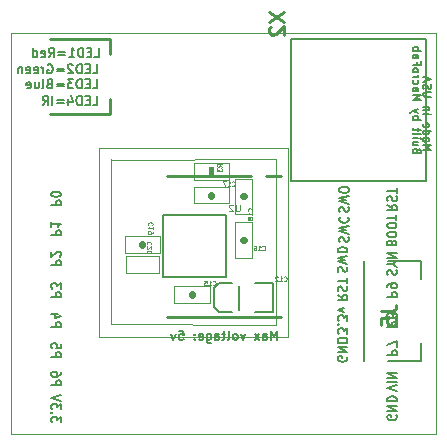
<source format=gbr>
%TF.GenerationSoftware,KiCad,Pcbnew,(5.1.4)-1*%
%TF.CreationDate,2019-10-25T20:45:33-07:00*%
%TF.ProjectId,base,62617365-2e6b-4696-9361-645f70636258,rev?*%
%TF.SameCoordinates,Original*%
%TF.FileFunction,Legend,Bot*%
%TF.FilePolarity,Positive*%
%FSLAX46Y46*%
G04 Gerber Fmt 4.6, Leading zero omitted, Abs format (unit mm)*
G04 Created by KiCad (PCBNEW (5.1.4)-1) date 2019-10-25 20:45:33*
%MOMM*%
%LPD*%
G04 APERTURE LIST*
%ADD10C,0.120000*%
%ADD11C,0.050000*%
%ADD12C,0.162560*%
%ADD13C,0.152400*%
%ADD14C,0.142240*%
%ADD15C,0.254000*%
%ADD16C,0.200000*%
%ADD17C,0.050800*%
%ADD18C,0.558800*%
%ADD19C,0.100000*%
%ADD20C,0.127000*%
%ADD21C,0.203200*%
%ADD22C,0.077216*%
%ADD23C,0.115824*%
G04 APERTURE END LIST*
D10*
X138950000Y-118200000D02*
X138951100Y-104239400D01*
X152951100Y-118239400D02*
X138950000Y-118200000D01*
X152951100Y-104239400D02*
X152951100Y-118239400D01*
X138950000Y-104250000D02*
X152951100Y-104239400D01*
X137951100Y-119239400D02*
X137951100Y-103239400D01*
X153951100Y-119239400D02*
X137951100Y-119239400D01*
X153951100Y-103239400D02*
X153951100Y-119239400D01*
X137951100Y-103239400D02*
X153951100Y-103239400D01*
D11*
X166500000Y-93500000D02*
X130500000Y-93500000D01*
X130500000Y-93500000D02*
X130500000Y-127500000D01*
X166500000Y-127500000D02*
X166500000Y-93500000D01*
X130500000Y-127500000D02*
X166500000Y-127500000D01*
D12*
X134705029Y-126504627D02*
X134705029Y-126026623D01*
X134410873Y-126284010D01*
X134410873Y-126173701D01*
X134374103Y-126100162D01*
X134337334Y-126063393D01*
X134263795Y-126026623D01*
X134079947Y-126026623D01*
X134006408Y-126063393D01*
X133969639Y-126100162D01*
X133932869Y-126173701D01*
X133932869Y-126394318D01*
X133969639Y-126467857D01*
X134006408Y-126504627D01*
X134006408Y-125695697D02*
X133969639Y-125658928D01*
X133932869Y-125695697D01*
X133969639Y-125732467D01*
X134006408Y-125695697D01*
X133932869Y-125695697D01*
X134705029Y-125401541D02*
X134705029Y-124923537D01*
X134410873Y-125180924D01*
X134410873Y-125070616D01*
X134374103Y-124997076D01*
X134337334Y-124960307D01*
X134263795Y-124923537D01*
X134079947Y-124923537D01*
X134006408Y-124960307D01*
X133969639Y-124997076D01*
X133932869Y-125070616D01*
X133932869Y-125291233D01*
X133969639Y-125364772D01*
X134006408Y-125401541D01*
X134705029Y-124702920D02*
X133932869Y-124445534D01*
X134705029Y-124188147D01*
X133932869Y-123383088D02*
X134705029Y-123383088D01*
X134705029Y-123088932D01*
X134668260Y-123015393D01*
X134631490Y-122978623D01*
X134557951Y-122941854D01*
X134447642Y-122941854D01*
X134374103Y-122978623D01*
X134337334Y-123015393D01*
X134300564Y-123088932D01*
X134300564Y-123383088D01*
X134705029Y-122280002D02*
X134705029Y-122427080D01*
X134668260Y-122500619D01*
X134631490Y-122537389D01*
X134521181Y-122610928D01*
X134374103Y-122647697D01*
X134079947Y-122647697D01*
X134006408Y-122610928D01*
X133969639Y-122574158D01*
X133932869Y-122500619D01*
X133932869Y-122353541D01*
X133969639Y-122280002D01*
X134006408Y-122243233D01*
X134079947Y-122206463D01*
X134263795Y-122206463D01*
X134337334Y-122243233D01*
X134374103Y-122280002D01*
X134410873Y-122353541D01*
X134410873Y-122500619D01*
X134374103Y-122574158D01*
X134337334Y-122610928D01*
X134263795Y-122647697D01*
X133932869Y-120970088D02*
X134705029Y-120970088D01*
X134705029Y-120675932D01*
X134668260Y-120602393D01*
X134631490Y-120565623D01*
X134557951Y-120528854D01*
X134447642Y-120528854D01*
X134374103Y-120565623D01*
X134337334Y-120602393D01*
X134300564Y-120675932D01*
X134300564Y-120970088D01*
X134705029Y-119830233D02*
X134705029Y-120197928D01*
X134337334Y-120234697D01*
X134374103Y-120197928D01*
X134410873Y-120124389D01*
X134410873Y-119940541D01*
X134374103Y-119867002D01*
X134337334Y-119830233D01*
X134263795Y-119793463D01*
X134079947Y-119793463D01*
X134006408Y-119830233D01*
X133969639Y-119867002D01*
X133932869Y-119940541D01*
X133932869Y-120124389D01*
X133969639Y-120197928D01*
X134006408Y-120234697D01*
X133932869Y-118430088D02*
X134705029Y-118430088D01*
X134705029Y-118135932D01*
X134668260Y-118062393D01*
X134631490Y-118025623D01*
X134557951Y-117988854D01*
X134447642Y-117988854D01*
X134374103Y-118025623D01*
X134337334Y-118062393D01*
X134300564Y-118135932D01*
X134300564Y-118430088D01*
X134447642Y-117327002D02*
X133932869Y-117327002D01*
X134741799Y-117510850D02*
X134190256Y-117694697D01*
X134190256Y-117216694D01*
X133932869Y-115890088D02*
X134705029Y-115890088D01*
X134705029Y-115595932D01*
X134668260Y-115522393D01*
X134631490Y-115485623D01*
X134557951Y-115448854D01*
X134447642Y-115448854D01*
X134374103Y-115485623D01*
X134337334Y-115522393D01*
X134300564Y-115595932D01*
X134300564Y-115890088D01*
X134705029Y-115191467D02*
X134705029Y-114713463D01*
X134410873Y-114970850D01*
X134410873Y-114860541D01*
X134374103Y-114787002D01*
X134337334Y-114750233D01*
X134263795Y-114713463D01*
X134079947Y-114713463D01*
X134006408Y-114750233D01*
X133969639Y-114787002D01*
X133932869Y-114860541D01*
X133932869Y-115081158D01*
X133969639Y-115154697D01*
X134006408Y-115191467D01*
X133932869Y-113223088D02*
X134705029Y-113223088D01*
X134705029Y-112928932D01*
X134668260Y-112855393D01*
X134631490Y-112818623D01*
X134557951Y-112781854D01*
X134447642Y-112781854D01*
X134374103Y-112818623D01*
X134337334Y-112855393D01*
X134300564Y-112928932D01*
X134300564Y-113223088D01*
X134631490Y-112487697D02*
X134668260Y-112450928D01*
X134705029Y-112377389D01*
X134705029Y-112193541D01*
X134668260Y-112120002D01*
X134631490Y-112083233D01*
X134557951Y-112046463D01*
X134484412Y-112046463D01*
X134374103Y-112083233D01*
X133932869Y-112524467D01*
X133932869Y-112046463D01*
X133932869Y-110683088D02*
X134705029Y-110683088D01*
X134705029Y-110388932D01*
X134668260Y-110315393D01*
X134631490Y-110278623D01*
X134557951Y-110241854D01*
X134447642Y-110241854D01*
X134374103Y-110278623D01*
X134337334Y-110315393D01*
X134300564Y-110388932D01*
X134300564Y-110683088D01*
X133932869Y-109506463D02*
X133932869Y-109947697D01*
X133932869Y-109727080D02*
X134705029Y-109727080D01*
X134594720Y-109800619D01*
X134521181Y-109874158D01*
X134484412Y-109947697D01*
X133932869Y-108143088D02*
X134705029Y-108143088D01*
X134705029Y-107848932D01*
X134668260Y-107775393D01*
X134631490Y-107738623D01*
X134557951Y-107701854D01*
X134447642Y-107701854D01*
X134374103Y-107738623D01*
X134337334Y-107775393D01*
X134300564Y-107848932D01*
X134300564Y-108143088D01*
X134705029Y-107223850D02*
X134705029Y-107150311D01*
X134668260Y-107076772D01*
X134631490Y-107040002D01*
X134557951Y-107003233D01*
X134410873Y-106966463D01*
X134227025Y-106966463D01*
X134079947Y-107003233D01*
X134006408Y-107040002D01*
X133969639Y-107076772D01*
X133932869Y-107150311D01*
X133932869Y-107223850D01*
X133969639Y-107297389D01*
X134006408Y-107334158D01*
X134079947Y-107370928D01*
X134227025Y-107407697D01*
X134410873Y-107407697D01*
X134557951Y-107370928D01*
X134631490Y-107334158D01*
X134668260Y-107297389D01*
X134705029Y-107223850D01*
X163116260Y-125899623D02*
X163153029Y-125973162D01*
X163153029Y-126083471D01*
X163116260Y-126193779D01*
X163042720Y-126267318D01*
X162969181Y-126304088D01*
X162822103Y-126340857D01*
X162711795Y-126340857D01*
X162564717Y-126304088D01*
X162491178Y-126267318D01*
X162417639Y-126193779D01*
X162380869Y-126083471D01*
X162380869Y-126009932D01*
X162417639Y-125899623D01*
X162454408Y-125862854D01*
X162711795Y-125862854D01*
X162711795Y-126009932D01*
X162380869Y-125531928D02*
X163153029Y-125531928D01*
X162380869Y-125090694D01*
X163153029Y-125090694D01*
X162380869Y-124722998D02*
X163153029Y-124722998D01*
X163153029Y-124539151D01*
X163116260Y-124428842D01*
X163042720Y-124355303D01*
X162969181Y-124318534D01*
X162822103Y-124281764D01*
X162711795Y-124281764D01*
X162564717Y-124318534D01*
X162491178Y-124355303D01*
X162417639Y-124428842D01*
X162380869Y-124539151D01*
X162380869Y-124722998D01*
X163153029Y-123874396D02*
X162380869Y-123617010D01*
X163153029Y-123359623D01*
X162380869Y-123102236D02*
X163153029Y-123102236D01*
X162380869Y-122734541D02*
X163153029Y-122734541D01*
X162380869Y-122293307D01*
X163153029Y-122293307D01*
X162380869Y-120843088D02*
X163153029Y-120843088D01*
X163153029Y-120548932D01*
X163116260Y-120475393D01*
X163079490Y-120438623D01*
X163005951Y-120401854D01*
X162895642Y-120401854D01*
X162822103Y-120438623D01*
X162785334Y-120475393D01*
X162748564Y-120548932D01*
X162748564Y-120843088D01*
X163153029Y-120144467D02*
X163153029Y-119629694D01*
X162380869Y-119960619D01*
X162380869Y-118430088D02*
X163153029Y-118430088D01*
X163153029Y-118135932D01*
X163116260Y-118062393D01*
X163079490Y-118025623D01*
X163005951Y-117988854D01*
X162895642Y-117988854D01*
X162822103Y-118025623D01*
X162785334Y-118062393D01*
X162748564Y-118135932D01*
X162748564Y-118430088D01*
X162822103Y-117547619D02*
X162858873Y-117621158D01*
X162895642Y-117657928D01*
X162969181Y-117694697D01*
X163005951Y-117694697D01*
X163079490Y-117657928D01*
X163116260Y-117621158D01*
X163153029Y-117547619D01*
X163153029Y-117400541D01*
X163116260Y-117327002D01*
X163079490Y-117290233D01*
X163005951Y-117253463D01*
X162969181Y-117253463D01*
X162895642Y-117290233D01*
X162858873Y-117327002D01*
X162822103Y-117400541D01*
X162822103Y-117547619D01*
X162785334Y-117621158D01*
X162748564Y-117657928D01*
X162675025Y-117694697D01*
X162527947Y-117694697D01*
X162454408Y-117657928D01*
X162417639Y-117621158D01*
X162380869Y-117547619D01*
X162380869Y-117400541D01*
X162417639Y-117327002D01*
X162454408Y-117290233D01*
X162527947Y-117253463D01*
X162675025Y-117253463D01*
X162748564Y-117290233D01*
X162785334Y-117327002D01*
X162822103Y-117400541D01*
X162380869Y-108082854D02*
X162748564Y-108340240D01*
X162380869Y-108524088D02*
X163153029Y-108524088D01*
X163153029Y-108229932D01*
X163116260Y-108156393D01*
X163079490Y-108119623D01*
X163005951Y-108082854D01*
X162895642Y-108082854D01*
X162822103Y-108119623D01*
X162785334Y-108156393D01*
X162748564Y-108229932D01*
X162748564Y-108524088D01*
X162417639Y-107788697D02*
X162380869Y-107678389D01*
X162380869Y-107494541D01*
X162417639Y-107421002D01*
X162454408Y-107384233D01*
X162527947Y-107347463D01*
X162601486Y-107347463D01*
X162675025Y-107384233D01*
X162711795Y-107421002D01*
X162748564Y-107494541D01*
X162785334Y-107641619D01*
X162822103Y-107715158D01*
X162858873Y-107751928D01*
X162932412Y-107788697D01*
X163005951Y-107788697D01*
X163079490Y-107751928D01*
X163116260Y-107715158D01*
X163153029Y-107641619D01*
X163153029Y-107457772D01*
X163116260Y-107347463D01*
X163153029Y-107126846D02*
X163153029Y-106685612D01*
X162380869Y-106906229D02*
X163153029Y-106906229D01*
D13*
X162757757Y-111285382D02*
X162723285Y-111181968D01*
X162688814Y-111147497D01*
X162619871Y-111113025D01*
X162516457Y-111113025D01*
X162447514Y-111147497D01*
X162413042Y-111181968D01*
X162378571Y-111250911D01*
X162378571Y-111526682D01*
X163102471Y-111526682D01*
X163102471Y-111285382D01*
X163068000Y-111216440D01*
X163033528Y-111181968D01*
X162964585Y-111147497D01*
X162895642Y-111147497D01*
X162826700Y-111181968D01*
X162792228Y-111216440D01*
X162757757Y-111285382D01*
X162757757Y-111526682D01*
X163102471Y-110664897D02*
X163102471Y-110527011D01*
X163068000Y-110458068D01*
X162999057Y-110389125D01*
X162861171Y-110354654D01*
X162619871Y-110354654D01*
X162481985Y-110389125D01*
X162413042Y-110458068D01*
X162378571Y-110527011D01*
X162378571Y-110664897D01*
X162413042Y-110733840D01*
X162481985Y-110802782D01*
X162619871Y-110837254D01*
X162861171Y-110837254D01*
X162999057Y-110802782D01*
X163068000Y-110733840D01*
X163102471Y-110664897D01*
X163102471Y-109906525D02*
X163102471Y-109768640D01*
X163068000Y-109699697D01*
X162999057Y-109630754D01*
X162861171Y-109596282D01*
X162619871Y-109596282D01*
X162481985Y-109630754D01*
X162413042Y-109699697D01*
X162378571Y-109768640D01*
X162378571Y-109906525D01*
X162413042Y-109975468D01*
X162481985Y-110044411D01*
X162619871Y-110078882D01*
X162861171Y-110078882D01*
X162999057Y-110044411D01*
X163068000Y-109975468D01*
X163102471Y-109906525D01*
X163102471Y-109389454D02*
X163102471Y-108975797D01*
X162378571Y-109182625D02*
X163102471Y-109182625D01*
D12*
X158226639Y-113767857D02*
X158189869Y-113657549D01*
X158189869Y-113473701D01*
X158226639Y-113400162D01*
X158263408Y-113363393D01*
X158336947Y-113326623D01*
X158410486Y-113326623D01*
X158484025Y-113363393D01*
X158520795Y-113400162D01*
X158557564Y-113473701D01*
X158594334Y-113620779D01*
X158631103Y-113694318D01*
X158667873Y-113731088D01*
X158741412Y-113767857D01*
X158814951Y-113767857D01*
X158888490Y-113731088D01*
X158925260Y-113694318D01*
X158962029Y-113620779D01*
X158962029Y-113436932D01*
X158925260Y-113326623D01*
X158962029Y-113069236D02*
X158189869Y-112885389D01*
X158741412Y-112738311D01*
X158189869Y-112591233D01*
X158962029Y-112407385D01*
X158189869Y-112113229D02*
X158962029Y-112113229D01*
X158962029Y-111929381D01*
X158925260Y-111819073D01*
X158851720Y-111745534D01*
X158778181Y-111708764D01*
X158631103Y-111671995D01*
X158520795Y-111671995D01*
X158373717Y-111708764D01*
X158300178Y-111745534D01*
X158226639Y-111819073D01*
X158189869Y-111929381D01*
X158189869Y-112113229D01*
X158353639Y-111227857D02*
X158316869Y-111117549D01*
X158316869Y-110933701D01*
X158353639Y-110860162D01*
X158390408Y-110823393D01*
X158463947Y-110786623D01*
X158537486Y-110786623D01*
X158611025Y-110823393D01*
X158647795Y-110860162D01*
X158684564Y-110933701D01*
X158721334Y-111080779D01*
X158758103Y-111154318D01*
X158794873Y-111191088D01*
X158868412Y-111227857D01*
X158941951Y-111227857D01*
X159015490Y-111191088D01*
X159052260Y-111154318D01*
X159089029Y-111080779D01*
X159089029Y-110896932D01*
X159052260Y-110786623D01*
X159089029Y-110529236D02*
X158316869Y-110345389D01*
X158868412Y-110198311D01*
X158316869Y-110051233D01*
X159089029Y-109867385D01*
X158390408Y-109131995D02*
X158353639Y-109168764D01*
X158316869Y-109279073D01*
X158316869Y-109352612D01*
X158353639Y-109462920D01*
X158427178Y-109536459D01*
X158500717Y-109573229D01*
X158647795Y-109609998D01*
X158758103Y-109609998D01*
X158905181Y-109573229D01*
X158978720Y-109536459D01*
X159052260Y-109462920D01*
X159089029Y-109352612D01*
X159089029Y-109279073D01*
X159052260Y-109168764D01*
X159015490Y-109131995D01*
X137556893Y-95568830D02*
X137924588Y-95568830D01*
X137924588Y-94796670D01*
X137299506Y-95164365D02*
X137042119Y-95164365D01*
X136931811Y-95568830D02*
X137299506Y-95568830D01*
X137299506Y-94796670D01*
X136931811Y-94796670D01*
X136600885Y-95568830D02*
X136600885Y-94796670D01*
X136417037Y-94796670D01*
X136306729Y-94833440D01*
X136233190Y-94906979D01*
X136196420Y-94980518D01*
X136159651Y-95127596D01*
X136159651Y-95237904D01*
X136196420Y-95384982D01*
X136233190Y-95458521D01*
X136306729Y-95532060D01*
X136417037Y-95568830D01*
X136600885Y-95568830D01*
X135424260Y-95568830D02*
X135865495Y-95568830D01*
X135644877Y-95568830D02*
X135644877Y-94796670D01*
X135718416Y-94906979D01*
X135791956Y-94980518D01*
X135865495Y-95017287D01*
X135093335Y-95164365D02*
X134505022Y-95164365D01*
X134505022Y-95384982D02*
X135093335Y-95384982D01*
X133696093Y-95568830D02*
X133953479Y-95201135D01*
X134137327Y-95568830D02*
X134137327Y-94796670D01*
X133843171Y-94796670D01*
X133769632Y-94833440D01*
X133732862Y-94870209D01*
X133696093Y-94943748D01*
X133696093Y-95054057D01*
X133732862Y-95127596D01*
X133769632Y-95164365D01*
X133843171Y-95201135D01*
X134137327Y-95201135D01*
X133071011Y-95532060D02*
X133144550Y-95568830D01*
X133291628Y-95568830D01*
X133365167Y-95532060D01*
X133401936Y-95458521D01*
X133401936Y-95164365D01*
X133365167Y-95090826D01*
X133291628Y-95054057D01*
X133144550Y-95054057D01*
X133071011Y-95090826D01*
X133034241Y-95164365D01*
X133034241Y-95237904D01*
X133401936Y-95311443D01*
X132372390Y-95568830D02*
X132372390Y-94796670D01*
X132372390Y-95532060D02*
X132445929Y-95568830D01*
X132593007Y-95568830D01*
X132666546Y-95532060D01*
X132703316Y-95495291D01*
X132740085Y-95421752D01*
X132740085Y-95201135D01*
X132703316Y-95127596D01*
X132666546Y-95090826D01*
X132593007Y-95054057D01*
X132445929Y-95054057D01*
X132372390Y-95090826D01*
X137429893Y-96965830D02*
X137797588Y-96965830D01*
X137797588Y-96193670D01*
X137172506Y-96561365D02*
X136915119Y-96561365D01*
X136804811Y-96965830D02*
X137172506Y-96965830D01*
X137172506Y-96193670D01*
X136804811Y-96193670D01*
X136473885Y-96965830D02*
X136473885Y-96193670D01*
X136290037Y-96193670D01*
X136179729Y-96230440D01*
X136106190Y-96303979D01*
X136069420Y-96377518D01*
X136032651Y-96524596D01*
X136032651Y-96634904D01*
X136069420Y-96781982D01*
X136106190Y-96855521D01*
X136179729Y-96929060D01*
X136290037Y-96965830D01*
X136473885Y-96965830D01*
X135738495Y-96267209D02*
X135701725Y-96230440D01*
X135628186Y-96193670D01*
X135444338Y-96193670D01*
X135370799Y-96230440D01*
X135334030Y-96267209D01*
X135297260Y-96340748D01*
X135297260Y-96414287D01*
X135334030Y-96524596D01*
X135775264Y-96965830D01*
X135297260Y-96965830D01*
X134966335Y-96561365D02*
X134378022Y-96561365D01*
X134378022Y-96781982D02*
X134966335Y-96781982D01*
X133605862Y-96230440D02*
X133679401Y-96193670D01*
X133789710Y-96193670D01*
X133900018Y-96230440D01*
X133973557Y-96303979D01*
X134010327Y-96377518D01*
X134047096Y-96524596D01*
X134047096Y-96634904D01*
X134010327Y-96781982D01*
X133973557Y-96855521D01*
X133900018Y-96929060D01*
X133789710Y-96965830D01*
X133716171Y-96965830D01*
X133605862Y-96929060D01*
X133569093Y-96892291D01*
X133569093Y-96634904D01*
X133716171Y-96634904D01*
X133238167Y-96965830D02*
X133238167Y-96451057D01*
X133238167Y-96598135D02*
X133201397Y-96524596D01*
X133164628Y-96487826D01*
X133091089Y-96451057D01*
X133017550Y-96451057D01*
X132466007Y-96929060D02*
X132539546Y-96965830D01*
X132686624Y-96965830D01*
X132760163Y-96929060D01*
X132796933Y-96855521D01*
X132796933Y-96561365D01*
X132760163Y-96487826D01*
X132686624Y-96451057D01*
X132539546Y-96451057D01*
X132466007Y-96487826D01*
X132429237Y-96561365D01*
X132429237Y-96634904D01*
X132796933Y-96708443D01*
X131804156Y-96929060D02*
X131877695Y-96965830D01*
X132024773Y-96965830D01*
X132098312Y-96929060D01*
X132135081Y-96855521D01*
X132135081Y-96561365D01*
X132098312Y-96487826D01*
X132024773Y-96451057D01*
X131877695Y-96451057D01*
X131804156Y-96487826D01*
X131767386Y-96561365D01*
X131767386Y-96634904D01*
X132135081Y-96708443D01*
X131436460Y-96451057D02*
X131436460Y-96965830D01*
X131436460Y-96524596D02*
X131399691Y-96487826D01*
X131326152Y-96451057D01*
X131215843Y-96451057D01*
X131142304Y-96487826D01*
X131105535Y-96561365D01*
X131105535Y-96965830D01*
X137429893Y-98235830D02*
X137797588Y-98235830D01*
X137797588Y-97463670D01*
X137172506Y-97831365D02*
X136915119Y-97831365D01*
X136804811Y-98235830D02*
X137172506Y-98235830D01*
X137172506Y-97463670D01*
X136804811Y-97463670D01*
X136473885Y-98235830D02*
X136473885Y-97463670D01*
X136290037Y-97463670D01*
X136179729Y-97500440D01*
X136106190Y-97573979D01*
X136069420Y-97647518D01*
X136032651Y-97794596D01*
X136032651Y-97904904D01*
X136069420Y-98051982D01*
X136106190Y-98125521D01*
X136179729Y-98199060D01*
X136290037Y-98235830D01*
X136473885Y-98235830D01*
X135775264Y-97463670D02*
X135297260Y-97463670D01*
X135554647Y-97757826D01*
X135444338Y-97757826D01*
X135370799Y-97794596D01*
X135334030Y-97831365D01*
X135297260Y-97904904D01*
X135297260Y-98088752D01*
X135334030Y-98162291D01*
X135370799Y-98199060D01*
X135444338Y-98235830D01*
X135664956Y-98235830D01*
X135738495Y-98199060D01*
X135775264Y-98162291D01*
X134966335Y-97831365D02*
X134378022Y-97831365D01*
X134378022Y-98051982D02*
X134966335Y-98051982D01*
X133752940Y-97831365D02*
X133642632Y-97868135D01*
X133605862Y-97904904D01*
X133569093Y-97978443D01*
X133569093Y-98088752D01*
X133605862Y-98162291D01*
X133642632Y-98199060D01*
X133716171Y-98235830D01*
X134010327Y-98235830D01*
X134010327Y-97463670D01*
X133752940Y-97463670D01*
X133679401Y-97500440D01*
X133642632Y-97537209D01*
X133605862Y-97610748D01*
X133605862Y-97684287D01*
X133642632Y-97757826D01*
X133679401Y-97794596D01*
X133752940Y-97831365D01*
X134010327Y-97831365D01*
X133127858Y-98235830D02*
X133201397Y-98199060D01*
X133238167Y-98125521D01*
X133238167Y-97463670D01*
X132502776Y-97721057D02*
X132502776Y-98235830D01*
X132833702Y-97721057D02*
X132833702Y-98125521D01*
X132796933Y-98199060D01*
X132723394Y-98235830D01*
X132613085Y-98235830D01*
X132539546Y-98199060D01*
X132502776Y-98162291D01*
X131840925Y-98199060D02*
X131914464Y-98235830D01*
X132061542Y-98235830D01*
X132135081Y-98199060D01*
X132171851Y-98125521D01*
X132171851Y-97831365D01*
X132135081Y-97757826D01*
X132061542Y-97721057D01*
X131914464Y-97721057D01*
X131840925Y-97757826D01*
X131804156Y-97831365D01*
X131804156Y-97904904D01*
X132171851Y-97978443D01*
X137429893Y-99632830D02*
X137797588Y-99632830D01*
X137797588Y-98860670D01*
X137172506Y-99228365D02*
X136915119Y-99228365D01*
X136804811Y-99632830D02*
X137172506Y-99632830D01*
X137172506Y-98860670D01*
X136804811Y-98860670D01*
X136473885Y-99632830D02*
X136473885Y-98860670D01*
X136290037Y-98860670D01*
X136179729Y-98897440D01*
X136106190Y-98970979D01*
X136069420Y-99044518D01*
X136032651Y-99191596D01*
X136032651Y-99301904D01*
X136069420Y-99448982D01*
X136106190Y-99522521D01*
X136179729Y-99596060D01*
X136290037Y-99632830D01*
X136473885Y-99632830D01*
X135370799Y-99118057D02*
X135370799Y-99632830D01*
X135554647Y-98823900D02*
X135738495Y-99375443D01*
X135260491Y-99375443D01*
X134966335Y-99228365D02*
X134378022Y-99228365D01*
X134378022Y-99448982D02*
X134966335Y-99448982D01*
X134010327Y-99632830D02*
X134010327Y-98860670D01*
X133201397Y-99632830D02*
X133458784Y-99265135D01*
X133642632Y-99632830D02*
X133642632Y-98860670D01*
X133348476Y-98860670D01*
X133274936Y-98897440D01*
X133238167Y-98934209D01*
X133201397Y-99007748D01*
X133201397Y-99118057D01*
X133238167Y-99191596D01*
X133274936Y-99228365D01*
X133348476Y-99265135D01*
X133642632Y-99265135D01*
D14*
X165424273Y-103480277D02*
X166099913Y-103480277D01*
X165617313Y-103255064D01*
X166099913Y-103029850D01*
X165424273Y-103029850D01*
X165424273Y-102418557D02*
X165778180Y-102418557D01*
X165842526Y-102450730D01*
X165874700Y-102515077D01*
X165874700Y-102643770D01*
X165842526Y-102708117D01*
X165456446Y-102418557D02*
X165424273Y-102482904D01*
X165424273Y-102643770D01*
X165456446Y-102708117D01*
X165520793Y-102740290D01*
X165585140Y-102740290D01*
X165649486Y-102708117D01*
X165681660Y-102643770D01*
X165681660Y-102482904D01*
X165713833Y-102418557D01*
X165424273Y-101807264D02*
X166099913Y-101807264D01*
X165456446Y-101807264D02*
X165424273Y-101871610D01*
X165424273Y-102000304D01*
X165456446Y-102064650D01*
X165488620Y-102096824D01*
X165552966Y-102128997D01*
X165746006Y-102128997D01*
X165810353Y-102096824D01*
X165842526Y-102064650D01*
X165874700Y-102000304D01*
X165874700Y-101871610D01*
X165842526Y-101807264D01*
X165456446Y-101228144D02*
X165424273Y-101292490D01*
X165424273Y-101421184D01*
X165456446Y-101485530D01*
X165520793Y-101517704D01*
X165778180Y-101517704D01*
X165842526Y-101485530D01*
X165874700Y-101421184D01*
X165874700Y-101292490D01*
X165842526Y-101228144D01*
X165778180Y-101195970D01*
X165713833Y-101195970D01*
X165649486Y-101517704D01*
X165424273Y-100391637D02*
X165874700Y-100391637D01*
X166099913Y-100391637D02*
X166067740Y-100423810D01*
X166035566Y-100391637D01*
X166067740Y-100359464D01*
X166099913Y-100391637D01*
X166035566Y-100391637D01*
X165874700Y-100069904D02*
X165424273Y-100069904D01*
X165810353Y-100069904D02*
X165842526Y-100037730D01*
X165874700Y-99973384D01*
X165874700Y-99876864D01*
X165842526Y-99812517D01*
X165778180Y-99780344D01*
X165424273Y-99780344D01*
X166099913Y-98943837D02*
X165552966Y-98943837D01*
X165488620Y-98911664D01*
X165456446Y-98879490D01*
X165424273Y-98815144D01*
X165424273Y-98686450D01*
X165456446Y-98622104D01*
X165488620Y-98589930D01*
X165552966Y-98557757D01*
X166099913Y-98557757D01*
X165456446Y-98268197D02*
X165424273Y-98171677D01*
X165424273Y-98010810D01*
X165456446Y-97946464D01*
X165488620Y-97914290D01*
X165552966Y-97882117D01*
X165617313Y-97882117D01*
X165681660Y-97914290D01*
X165713833Y-97946464D01*
X165746006Y-98010810D01*
X165778180Y-98139504D01*
X165810353Y-98203850D01*
X165842526Y-98236024D01*
X165906873Y-98268197D01*
X165971220Y-98268197D01*
X166035566Y-98236024D01*
X166067740Y-98203850D01*
X166099913Y-98139504D01*
X166099913Y-97978637D01*
X166067740Y-97882117D01*
X165617313Y-97624730D02*
X165617313Y-97302997D01*
X165424273Y-97689077D02*
X166099913Y-97463864D01*
X165424273Y-97238650D01*
X164889180Y-103509064D02*
X164857006Y-103412544D01*
X164824833Y-103380370D01*
X164760486Y-103348197D01*
X164663966Y-103348197D01*
X164599620Y-103380370D01*
X164567446Y-103412544D01*
X164535273Y-103476890D01*
X164535273Y-103734277D01*
X165210913Y-103734277D01*
X165210913Y-103509064D01*
X165178740Y-103444717D01*
X165146566Y-103412544D01*
X165082220Y-103380370D01*
X165017873Y-103380370D01*
X164953526Y-103412544D01*
X164921353Y-103444717D01*
X164889180Y-103509064D01*
X164889180Y-103734277D01*
X164985700Y-102769077D02*
X164535273Y-102769077D01*
X164985700Y-103058637D02*
X164631793Y-103058637D01*
X164567446Y-103026464D01*
X164535273Y-102962117D01*
X164535273Y-102865597D01*
X164567446Y-102801250D01*
X164599620Y-102769077D01*
X164535273Y-102447344D02*
X164985700Y-102447344D01*
X165210913Y-102447344D02*
X165178740Y-102479517D01*
X165146566Y-102447344D01*
X165178740Y-102415170D01*
X165210913Y-102447344D01*
X165146566Y-102447344D01*
X164535273Y-102029090D02*
X164567446Y-102093437D01*
X164631793Y-102125610D01*
X165210913Y-102125610D01*
X164985700Y-101868224D02*
X164985700Y-101610837D01*
X165210913Y-101771704D02*
X164631793Y-101771704D01*
X164567446Y-101739530D01*
X164535273Y-101675184D01*
X164535273Y-101610837D01*
X164535273Y-100870850D02*
X165210913Y-100870850D01*
X164953526Y-100870850D02*
X164985700Y-100806504D01*
X164985700Y-100677810D01*
X164953526Y-100613464D01*
X164921353Y-100581290D01*
X164857006Y-100549117D01*
X164663966Y-100549117D01*
X164599620Y-100581290D01*
X164567446Y-100613464D01*
X164535273Y-100677810D01*
X164535273Y-100806504D01*
X164567446Y-100870850D01*
X164985700Y-100323904D02*
X164535273Y-100163037D01*
X164985700Y-100002170D02*
X164535273Y-100163037D01*
X164374406Y-100227384D01*
X164342233Y-100259557D01*
X164310060Y-100323904D01*
X164535273Y-99230010D02*
X165210913Y-99230010D01*
X164728313Y-99004797D01*
X165210913Y-98779584D01*
X164535273Y-98779584D01*
X164535273Y-98168290D02*
X164889180Y-98168290D01*
X164953526Y-98200464D01*
X164985700Y-98264810D01*
X164985700Y-98393504D01*
X164953526Y-98457850D01*
X164567446Y-98168290D02*
X164535273Y-98232637D01*
X164535273Y-98393504D01*
X164567446Y-98457850D01*
X164631793Y-98490024D01*
X164696140Y-98490024D01*
X164760486Y-98457850D01*
X164792660Y-98393504D01*
X164792660Y-98232637D01*
X164824833Y-98168290D01*
X164567446Y-97556997D02*
X164535273Y-97621344D01*
X164535273Y-97750037D01*
X164567446Y-97814384D01*
X164599620Y-97846557D01*
X164663966Y-97878730D01*
X164857006Y-97878730D01*
X164921353Y-97846557D01*
X164953526Y-97814384D01*
X164985700Y-97750037D01*
X164985700Y-97621344D01*
X164953526Y-97556997D01*
X164535273Y-97267437D02*
X164985700Y-97267437D01*
X164857006Y-97267437D02*
X164921353Y-97235264D01*
X164953526Y-97203090D01*
X164985700Y-97138744D01*
X164985700Y-97074397D01*
X164535273Y-96752664D02*
X164567446Y-96817010D01*
X164599620Y-96849184D01*
X164663966Y-96881357D01*
X164857006Y-96881357D01*
X164921353Y-96849184D01*
X164953526Y-96817010D01*
X164985700Y-96752664D01*
X164985700Y-96656144D01*
X164953526Y-96591797D01*
X164921353Y-96559624D01*
X164857006Y-96527450D01*
X164663966Y-96527450D01*
X164599620Y-96559624D01*
X164567446Y-96591797D01*
X164535273Y-96656144D01*
X164535273Y-96752664D01*
X164889180Y-96012677D02*
X164889180Y-96237890D01*
X164535273Y-96237890D02*
X165210913Y-96237890D01*
X165210913Y-95916157D01*
X164535273Y-95369210D02*
X164889180Y-95369210D01*
X164953526Y-95401384D01*
X164985700Y-95465730D01*
X164985700Y-95594424D01*
X164953526Y-95658770D01*
X164567446Y-95369210D02*
X164535273Y-95433557D01*
X164535273Y-95594424D01*
X164567446Y-95658770D01*
X164631793Y-95690944D01*
X164696140Y-95690944D01*
X164760486Y-95658770D01*
X164792660Y-95594424D01*
X164792660Y-95433557D01*
X164824833Y-95369210D01*
X164535273Y-95047477D02*
X165210913Y-95047477D01*
X164953526Y-95047477D02*
X164985700Y-94983130D01*
X164985700Y-94854437D01*
X164953526Y-94790090D01*
X164921353Y-94757917D01*
X164857006Y-94725744D01*
X164663966Y-94725744D01*
X164599620Y-94757917D01*
X164567446Y-94790090D01*
X164535273Y-94854437D01*
X164535273Y-94983130D01*
X164567446Y-95047477D01*
D15*
X133769100Y-94081600D02*
X138849100Y-94081600D01*
X138849100Y-94081600D02*
X138849100Y-95351600D01*
X138849100Y-99161600D02*
X138849100Y-100431600D01*
X138849100Y-100431600D02*
X133769100Y-100431600D01*
X153327100Y-105638600D02*
X152057100Y-105638600D01*
X150787100Y-105638600D02*
X143675100Y-105638600D01*
X153327100Y-117576600D02*
X143675100Y-117576600D01*
D12*
X153037588Y-119523830D02*
X153037588Y-118751670D01*
X152780201Y-119303213D01*
X152522815Y-118751670D01*
X152522815Y-119523830D01*
X151824194Y-119523830D02*
X151824194Y-119119365D01*
X151860963Y-119045826D01*
X151934502Y-119009057D01*
X152081580Y-119009057D01*
X152155119Y-119045826D01*
X151824194Y-119487060D02*
X151897733Y-119523830D01*
X152081580Y-119523830D01*
X152155119Y-119487060D01*
X152191889Y-119413521D01*
X152191889Y-119339982D01*
X152155119Y-119266443D01*
X152081580Y-119229674D01*
X151897733Y-119229674D01*
X151824194Y-119192904D01*
X151530037Y-119523830D02*
X151125573Y-119009057D01*
X151530037Y-119009057D02*
X151125573Y-119523830D01*
X150316643Y-119009057D02*
X150132796Y-119523830D01*
X149948948Y-119009057D01*
X149544483Y-119523830D02*
X149618022Y-119487060D01*
X149654792Y-119450291D01*
X149691561Y-119376752D01*
X149691561Y-119156135D01*
X149654792Y-119082596D01*
X149618022Y-119045826D01*
X149544483Y-119009057D01*
X149434175Y-119009057D01*
X149360636Y-119045826D01*
X149323866Y-119082596D01*
X149287096Y-119156135D01*
X149287096Y-119376752D01*
X149323866Y-119450291D01*
X149360636Y-119487060D01*
X149434175Y-119523830D01*
X149544483Y-119523830D01*
X148845862Y-119523830D02*
X148919401Y-119487060D01*
X148956171Y-119413521D01*
X148956171Y-118751670D01*
X148662015Y-119009057D02*
X148367858Y-119009057D01*
X148551706Y-118751670D02*
X148551706Y-119413521D01*
X148514936Y-119487060D01*
X148441397Y-119523830D01*
X148367858Y-119523830D01*
X147779546Y-119523830D02*
X147779546Y-119119365D01*
X147816316Y-119045826D01*
X147889855Y-119009057D01*
X148036933Y-119009057D01*
X148110472Y-119045826D01*
X147779546Y-119487060D02*
X147853085Y-119523830D01*
X148036933Y-119523830D01*
X148110472Y-119487060D01*
X148147241Y-119413521D01*
X148147241Y-119339982D01*
X148110472Y-119266443D01*
X148036933Y-119229674D01*
X147853085Y-119229674D01*
X147779546Y-119192904D01*
X147080925Y-119009057D02*
X147080925Y-119634139D01*
X147117695Y-119707678D01*
X147154464Y-119744447D01*
X147228003Y-119781217D01*
X147338312Y-119781217D01*
X147411851Y-119744447D01*
X147080925Y-119487060D02*
X147154464Y-119523830D01*
X147301542Y-119523830D01*
X147375081Y-119487060D01*
X147411851Y-119450291D01*
X147448620Y-119376752D01*
X147448620Y-119156135D01*
X147411851Y-119082596D01*
X147375081Y-119045826D01*
X147301542Y-119009057D01*
X147154464Y-119009057D01*
X147080925Y-119045826D01*
X146419074Y-119487060D02*
X146492613Y-119523830D01*
X146639691Y-119523830D01*
X146713230Y-119487060D01*
X146749999Y-119413521D01*
X146749999Y-119119365D01*
X146713230Y-119045826D01*
X146639691Y-119009057D01*
X146492613Y-119009057D01*
X146419074Y-119045826D01*
X146382304Y-119119365D01*
X146382304Y-119192904D01*
X146749999Y-119266443D01*
X146051378Y-119450291D02*
X146014609Y-119487060D01*
X146051378Y-119523830D01*
X146088148Y-119487060D01*
X146051378Y-119450291D01*
X146051378Y-119523830D01*
X146051378Y-119045826D02*
X146014609Y-119082596D01*
X146051378Y-119119365D01*
X146088148Y-119082596D01*
X146051378Y-119045826D01*
X146051378Y-119119365D01*
X144727676Y-118751670D02*
X145095371Y-118751670D01*
X145132140Y-119119365D01*
X145095371Y-119082596D01*
X145021832Y-119045826D01*
X144837984Y-119045826D01*
X144764445Y-119082596D01*
X144727676Y-119119365D01*
X144690906Y-119192904D01*
X144690906Y-119376752D01*
X144727676Y-119450291D01*
X144764445Y-119487060D01*
X144837984Y-119523830D01*
X145021832Y-119523830D01*
X145095371Y-119487060D01*
X145132140Y-119450291D01*
X144433519Y-119009057D02*
X144249672Y-119523830D01*
X144065824Y-119009057D01*
X158189869Y-115702854D02*
X158557564Y-115960240D01*
X158189869Y-116144088D02*
X158962029Y-116144088D01*
X158962029Y-115849932D01*
X158925260Y-115776393D01*
X158888490Y-115739623D01*
X158814951Y-115702854D01*
X158704642Y-115702854D01*
X158631103Y-115739623D01*
X158594334Y-115776393D01*
X158557564Y-115849932D01*
X158557564Y-116144088D01*
X158226639Y-115408697D02*
X158189869Y-115298389D01*
X158189869Y-115114541D01*
X158226639Y-115041002D01*
X158263408Y-115004233D01*
X158336947Y-114967463D01*
X158410486Y-114967463D01*
X158484025Y-115004233D01*
X158520795Y-115041002D01*
X158557564Y-115114541D01*
X158594334Y-115261619D01*
X158631103Y-115335158D01*
X158667873Y-115371928D01*
X158741412Y-115408697D01*
X158814951Y-115408697D01*
X158888490Y-115371928D01*
X158925260Y-115335158D01*
X158962029Y-115261619D01*
X158962029Y-115077772D01*
X158925260Y-114967463D01*
X158962029Y-114746846D02*
X158962029Y-114305612D01*
X158189869Y-114526229D02*
X158962029Y-114526229D01*
X158925260Y-120946623D02*
X158962029Y-121020162D01*
X158962029Y-121130471D01*
X158925260Y-121240779D01*
X158851720Y-121314318D01*
X158778181Y-121351088D01*
X158631103Y-121387857D01*
X158520795Y-121387857D01*
X158373717Y-121351088D01*
X158300178Y-121314318D01*
X158226639Y-121240779D01*
X158189869Y-121130471D01*
X158189869Y-121056932D01*
X158226639Y-120946623D01*
X158263408Y-120909854D01*
X158520795Y-120909854D01*
X158520795Y-121056932D01*
X158189869Y-120578928D02*
X158962029Y-120578928D01*
X158189869Y-120137694D01*
X158962029Y-120137694D01*
X158189869Y-119769998D02*
X158962029Y-119769998D01*
X158962029Y-119586151D01*
X158925260Y-119475842D01*
X158851720Y-119402303D01*
X158778181Y-119365534D01*
X158631103Y-119328764D01*
X158520795Y-119328764D01*
X158373717Y-119365534D01*
X158300178Y-119402303D01*
X158226639Y-119475842D01*
X158189869Y-119586151D01*
X158189869Y-119769998D01*
X158962029Y-119011627D02*
X158962029Y-118533623D01*
X158667873Y-118791010D01*
X158667873Y-118680701D01*
X158631103Y-118607162D01*
X158594334Y-118570393D01*
X158520795Y-118533623D01*
X158336947Y-118533623D01*
X158263408Y-118570393D01*
X158226639Y-118607162D01*
X158189869Y-118680701D01*
X158189869Y-118901318D01*
X158226639Y-118974857D01*
X158263408Y-119011627D01*
X158263408Y-118202697D02*
X158226639Y-118165928D01*
X158189869Y-118202697D01*
X158226639Y-118239467D01*
X158263408Y-118202697D01*
X158189869Y-118202697D01*
X158962029Y-117908541D02*
X158962029Y-117430537D01*
X158667873Y-117687924D01*
X158667873Y-117577616D01*
X158631103Y-117504076D01*
X158594334Y-117467307D01*
X158520795Y-117430537D01*
X158336947Y-117430537D01*
X158263408Y-117467307D01*
X158226639Y-117504076D01*
X158189869Y-117577616D01*
X158189869Y-117798233D01*
X158226639Y-117871772D01*
X158263408Y-117908541D01*
X158704642Y-117173151D02*
X158189869Y-116989303D01*
X158704642Y-116805456D01*
X162417639Y-114021857D02*
X162380869Y-113911549D01*
X162380869Y-113727701D01*
X162417639Y-113654162D01*
X162454408Y-113617393D01*
X162527947Y-113580623D01*
X162601486Y-113580623D01*
X162675025Y-113617393D01*
X162711795Y-113654162D01*
X162748564Y-113727701D01*
X162785334Y-113874779D01*
X162822103Y-113948318D01*
X162858873Y-113985088D01*
X162932412Y-114021857D01*
X163005951Y-114021857D01*
X163079490Y-113985088D01*
X163116260Y-113948318D01*
X163153029Y-113874779D01*
X163153029Y-113690932D01*
X163116260Y-113580623D01*
X162748564Y-113102619D02*
X162380869Y-113102619D01*
X163153029Y-113360006D02*
X162748564Y-113102619D01*
X163153029Y-112845233D01*
X162380869Y-112587846D02*
X163153029Y-112587846D01*
X162380869Y-112146612D01*
X163153029Y-112146612D01*
X162380869Y-115890088D02*
X163153029Y-115890088D01*
X163153029Y-115595932D01*
X163116260Y-115522393D01*
X163079490Y-115485623D01*
X163005951Y-115448854D01*
X162895642Y-115448854D01*
X162822103Y-115485623D01*
X162785334Y-115522393D01*
X162748564Y-115595932D01*
X162748564Y-115890088D01*
X162380869Y-115081158D02*
X162380869Y-114934080D01*
X162417639Y-114860541D01*
X162454408Y-114823772D01*
X162564717Y-114750233D01*
X162711795Y-114713463D01*
X163005951Y-114713463D01*
X163079490Y-114750233D01*
X163116260Y-114787002D01*
X163153029Y-114860541D01*
X163153029Y-115007619D01*
X163116260Y-115081158D01*
X163079490Y-115117928D01*
X163005951Y-115154697D01*
X162822103Y-115154697D01*
X162748564Y-115117928D01*
X162711795Y-115081158D01*
X162675025Y-115007619D01*
X162675025Y-114860541D01*
X162711795Y-114787002D01*
X162748564Y-114750233D01*
X162822103Y-114713463D01*
X158353639Y-108687857D02*
X158316869Y-108577549D01*
X158316869Y-108393701D01*
X158353639Y-108320162D01*
X158390408Y-108283393D01*
X158463947Y-108246623D01*
X158537486Y-108246623D01*
X158611025Y-108283393D01*
X158647795Y-108320162D01*
X158684564Y-108393701D01*
X158721334Y-108540779D01*
X158758103Y-108614318D01*
X158794873Y-108651088D01*
X158868412Y-108687857D01*
X158941951Y-108687857D01*
X159015490Y-108651088D01*
X159052260Y-108614318D01*
X159089029Y-108540779D01*
X159089029Y-108356932D01*
X159052260Y-108246623D01*
X159089029Y-107989236D02*
X158316869Y-107805389D01*
X158868412Y-107658311D01*
X158316869Y-107511233D01*
X159089029Y-107327385D01*
X159089029Y-106886151D02*
X159089029Y-106739073D01*
X159052260Y-106665534D01*
X158978720Y-106591995D01*
X158831642Y-106555225D01*
X158574256Y-106555225D01*
X158427178Y-106591995D01*
X158353639Y-106665534D01*
X158316869Y-106739073D01*
X158316869Y-106886151D01*
X158353639Y-106959690D01*
X158427178Y-107033229D01*
X158574256Y-107069998D01*
X158831642Y-107069998D01*
X158978720Y-107033229D01*
X159052260Y-106959690D01*
X159089029Y-106886151D01*
D16*
X165250000Y-112850000D02*
X165250000Y-114400000D01*
X165250000Y-121350000D02*
X165250000Y-119800000D01*
X165250000Y-112850000D02*
X162400000Y-112850000D01*
X165250000Y-121350000D02*
X162400000Y-121350000D01*
X160370000Y-121350000D02*
X160370000Y-112850000D01*
D17*
X143121400Y-112128900D02*
X143121400Y-110728900D01*
X140121400Y-112128900D02*
X143121400Y-112128900D01*
X140121400Y-110728900D02*
X140121400Y-112128900D01*
X143121400Y-110728900D02*
X140121400Y-110728900D01*
D18*
X141621400Y-111398400D02*
X141621400Y-111459400D01*
D17*
X148975100Y-105970400D02*
X148975100Y-104570400D01*
X145975100Y-105970400D02*
X148975100Y-105970400D01*
X145975100Y-104570400D02*
X145975100Y-105970400D01*
X148975100Y-104570400D02*
X145975100Y-104570400D01*
D19*
G36*
X147703700Y-105651400D02*
G01*
X147246500Y-105651400D01*
X147246500Y-104889400D01*
X147703700Y-104889400D01*
X147703700Y-105651400D01*
G37*
D20*
X148746100Y-114196400D02*
X148746100Y-108946400D01*
X143396100Y-114196400D02*
X148746100Y-114196400D01*
X143396100Y-108946400D02*
X143396100Y-114196400D01*
X148746100Y-108946400D02*
X143396100Y-108946400D01*
D17*
X149471100Y-108871400D02*
X150871100Y-108871400D01*
X149471100Y-105871400D02*
X149471100Y-108871400D01*
X150871100Y-105871400D02*
X149471100Y-105871400D01*
X150871100Y-108871400D02*
X150871100Y-105871400D01*
D18*
X150201600Y-107371400D02*
X150140600Y-107371400D01*
D20*
X149811100Y-114922400D02*
X149811100Y-116954400D01*
D21*
X148092100Y-114738400D02*
X149192100Y-114738400D01*
X147692100Y-115138400D02*
X148092100Y-114738400D01*
X147692100Y-116738400D02*
X147692100Y-115138400D01*
X148092100Y-117138400D02*
X147692100Y-116738400D01*
X149192100Y-117138400D02*
X148092100Y-117138400D01*
X152692100Y-114738400D02*
X151192100Y-114738400D01*
X152692100Y-117138400D02*
X152692100Y-114738400D01*
X151192100Y-117138400D02*
X152692100Y-117138400D01*
D17*
X147344100Y-116371400D02*
X147344100Y-114971400D01*
X144344100Y-116371400D02*
X147344100Y-116371400D01*
X144344100Y-114971400D02*
X144344100Y-116371400D01*
X147344100Y-114971400D02*
X144344100Y-114971400D01*
D18*
X145844100Y-115640900D02*
X145844100Y-115701900D01*
D17*
X149471100Y-112571400D02*
X150871100Y-112571400D01*
X149471100Y-109571400D02*
X149471100Y-112571400D01*
X150871100Y-109571400D02*
X149471100Y-109571400D01*
X150871100Y-112571400D02*
X150871100Y-109571400D01*
D18*
X150201600Y-111071400D02*
X150140600Y-111071400D01*
D17*
X143021400Y-112428900D02*
X140221400Y-112428900D01*
X143021400Y-113828900D02*
X143021400Y-112428900D01*
X140221400Y-113828900D02*
X143021400Y-113828900D01*
X140221400Y-112428900D02*
X140221400Y-113828900D01*
X148971106Y-107971371D02*
X148971106Y-106571371D01*
X145971106Y-107971371D02*
X148971106Y-107971371D01*
X145971106Y-106571371D02*
X145971106Y-107971371D01*
X148971106Y-106571371D02*
X145971106Y-106571371D01*
D18*
X147471106Y-107240871D02*
X147471106Y-107301871D01*
D20*
X154246100Y-94081600D02*
X165646100Y-94081600D01*
X154246100Y-106081600D02*
X154246100Y-94081600D01*
X165646100Y-106081600D02*
X154246100Y-106081600D01*
X165646100Y-94081600D02*
X165646100Y-106081600D01*
D15*
X161870483Y-117048526D02*
X162777626Y-117048526D01*
X162959055Y-116988050D01*
X163080007Y-116867098D01*
X163140483Y-116685669D01*
X163140483Y-116564717D01*
X161870483Y-118258050D02*
X161870483Y-117653288D01*
X162475245Y-117592812D01*
X162414769Y-117653288D01*
X162354293Y-117774240D01*
X162354293Y-118076621D01*
X162414769Y-118197574D01*
X162475245Y-118258050D01*
X162596198Y-118318526D01*
X162898579Y-118318526D01*
X163019531Y-118258050D01*
X163080007Y-118197574D01*
X163140483Y-118076621D01*
X163140483Y-117774240D01*
X163080007Y-117653288D01*
X163019531Y-117592812D01*
D22*
X142455245Y-109807780D02*
X142473630Y-109789395D01*
X142492015Y-109734241D01*
X142492015Y-109697471D01*
X142473630Y-109642317D01*
X142436860Y-109605547D01*
X142400091Y-109587162D01*
X142326552Y-109568778D01*
X142271398Y-109568778D01*
X142197859Y-109587162D01*
X142161089Y-109605547D01*
X142124320Y-109642317D01*
X142105935Y-109697471D01*
X142105935Y-109734241D01*
X142124320Y-109789395D01*
X142142704Y-109807780D01*
X142492015Y-110175475D02*
X142492015Y-109954858D01*
X142492015Y-110065166D02*
X142105935Y-110065166D01*
X142161089Y-110028397D01*
X142197859Y-109991627D01*
X142216243Y-109954858D01*
X142492015Y-110359322D02*
X142492015Y-110432861D01*
X142473630Y-110469631D01*
X142455245Y-110488016D01*
X142400091Y-110524785D01*
X142326552Y-110543170D01*
X142179474Y-110543170D01*
X142142704Y-110524785D01*
X142124320Y-110506401D01*
X142105935Y-110469631D01*
X142105935Y-110396092D01*
X142124320Y-110359322D01*
X142142704Y-110340938D01*
X142179474Y-110322553D01*
X142271398Y-110322553D01*
X142308167Y-110340938D01*
X142326552Y-110359322D01*
X142344937Y-110396092D01*
X142344937Y-110469631D01*
X142326552Y-110506401D01*
X142308167Y-110524785D01*
X142271398Y-110543170D01*
X148345715Y-104871131D02*
X148161867Y-104742438D01*
X148345715Y-104650514D02*
X147959635Y-104650514D01*
X147959635Y-104797592D01*
X147978020Y-104834361D01*
X147996404Y-104852746D01*
X148033174Y-104871131D01*
X148088328Y-104871131D01*
X148125098Y-104852746D01*
X148143482Y-104834361D01*
X148161867Y-104797592D01*
X148161867Y-104650514D01*
X147959635Y-104999824D02*
X147959635Y-105238826D01*
X148106713Y-105110133D01*
X148106713Y-105165287D01*
X148125098Y-105202057D01*
X148143482Y-105220441D01*
X148180252Y-105238826D01*
X148272176Y-105238826D01*
X148308945Y-105220441D01*
X148327330Y-105202057D01*
X148345715Y-105165287D01*
X148345715Y-105054978D01*
X148327330Y-105018209D01*
X148308945Y-104999824D01*
D23*
X149866739Y-108064702D02*
X149866739Y-108533514D01*
X149839162Y-108588668D01*
X149811585Y-108616245D01*
X149756431Y-108643822D01*
X149646122Y-108643822D01*
X149590968Y-108616245D01*
X149563391Y-108588668D01*
X149535814Y-108533514D01*
X149535814Y-108064702D01*
X149287619Y-108119857D02*
X149260042Y-108092280D01*
X149204888Y-108064702D01*
X149067002Y-108064702D01*
X149011848Y-108092280D01*
X148984271Y-108119857D01*
X148956694Y-108175011D01*
X148956694Y-108230165D01*
X148984271Y-108312897D01*
X149315197Y-108643822D01*
X148956694Y-108643822D01*
D22*
X150877945Y-108623131D02*
X150896330Y-108604746D01*
X150914715Y-108549592D01*
X150914715Y-108512822D01*
X150896330Y-108457668D01*
X150859560Y-108420898D01*
X150822791Y-108402514D01*
X150749252Y-108384129D01*
X150694098Y-108384129D01*
X150620559Y-108402514D01*
X150583789Y-108420898D01*
X150547020Y-108457668D01*
X150528635Y-108512822D01*
X150528635Y-108549592D01*
X150547020Y-108604746D01*
X150565404Y-108623131D01*
X150914715Y-108990826D02*
X150914715Y-108770209D01*
X150914715Y-108880518D02*
X150528635Y-108880518D01*
X150583789Y-108843748D01*
X150620559Y-108806978D01*
X150638943Y-108770209D01*
X150694098Y-109211443D02*
X150675713Y-109174674D01*
X150657328Y-109156289D01*
X150620559Y-109137904D01*
X150602174Y-109137904D01*
X150565404Y-109156289D01*
X150547020Y-109174674D01*
X150528635Y-109211443D01*
X150528635Y-109284982D01*
X150547020Y-109321752D01*
X150565404Y-109340137D01*
X150602174Y-109358521D01*
X150620559Y-109358521D01*
X150657328Y-109340137D01*
X150675713Y-109321752D01*
X150694098Y-109284982D01*
X150694098Y-109211443D01*
X150712482Y-109174674D01*
X150730867Y-109156289D01*
X150767637Y-109137904D01*
X150841176Y-109137904D01*
X150877945Y-109156289D01*
X150896330Y-109174674D01*
X150914715Y-109211443D01*
X150914715Y-109284982D01*
X150896330Y-109321752D01*
X150877945Y-109340137D01*
X150841176Y-109358521D01*
X150767637Y-109358521D01*
X150730867Y-109340137D01*
X150712482Y-109321752D01*
X150694098Y-109284982D01*
X153591219Y-114502245D02*
X153609604Y-114520630D01*
X153664758Y-114539015D01*
X153701528Y-114539015D01*
X153756682Y-114520630D01*
X153793452Y-114483860D01*
X153811837Y-114447091D01*
X153830221Y-114373552D01*
X153830221Y-114318398D01*
X153811837Y-114244859D01*
X153793452Y-114208089D01*
X153756682Y-114171320D01*
X153701528Y-114152935D01*
X153664758Y-114152935D01*
X153609604Y-114171320D01*
X153591219Y-114189704D01*
X153223524Y-114539015D02*
X153444141Y-114539015D01*
X153333833Y-114539015D02*
X153333833Y-114152935D01*
X153370602Y-114208089D01*
X153407372Y-114244859D01*
X153444141Y-114263243D01*
X153076446Y-114189704D02*
X153058061Y-114171320D01*
X153021292Y-114152935D01*
X152929368Y-114152935D01*
X152892598Y-114171320D01*
X152874214Y-114189704D01*
X152855829Y-114226474D01*
X152855829Y-114263243D01*
X152874214Y-114318398D01*
X153094831Y-114539015D01*
X152855829Y-114539015D01*
X147592219Y-114854245D02*
X147610604Y-114872630D01*
X147665758Y-114891015D01*
X147702528Y-114891015D01*
X147757682Y-114872630D01*
X147794452Y-114835860D01*
X147812837Y-114799091D01*
X147831221Y-114725552D01*
X147831221Y-114670398D01*
X147812837Y-114596859D01*
X147794452Y-114560089D01*
X147757682Y-114523320D01*
X147702528Y-114504935D01*
X147665758Y-114504935D01*
X147610604Y-114523320D01*
X147592219Y-114541704D01*
X147224524Y-114891015D02*
X147445141Y-114891015D01*
X147334833Y-114891015D02*
X147334833Y-114504935D01*
X147371602Y-114560089D01*
X147408372Y-114596859D01*
X147445141Y-114615243D01*
X146875214Y-114504935D02*
X147059061Y-114504935D01*
X147077446Y-114688782D01*
X147059061Y-114670398D01*
X147022292Y-114652013D01*
X146930368Y-114652013D01*
X146893598Y-114670398D01*
X146875214Y-114688782D01*
X146856829Y-114725552D01*
X146856829Y-114817476D01*
X146875214Y-114854245D01*
X146893598Y-114872630D01*
X146930368Y-114891015D01*
X147022292Y-114891015D01*
X147059061Y-114872630D01*
X147077446Y-114854245D01*
X151792219Y-111905245D02*
X151810604Y-111923630D01*
X151865758Y-111942015D01*
X151902528Y-111942015D01*
X151957682Y-111923630D01*
X151994452Y-111886860D01*
X152012837Y-111850091D01*
X152031221Y-111776552D01*
X152031221Y-111721398D01*
X152012837Y-111647859D01*
X151994452Y-111611089D01*
X151957682Y-111574320D01*
X151902528Y-111555935D01*
X151865758Y-111555935D01*
X151810604Y-111574320D01*
X151792219Y-111592704D01*
X151424524Y-111942015D02*
X151645141Y-111942015D01*
X151534833Y-111942015D02*
X151534833Y-111555935D01*
X151571602Y-111611089D01*
X151608372Y-111647859D01*
X151645141Y-111666243D01*
X151093598Y-111555935D02*
X151167138Y-111555935D01*
X151203907Y-111574320D01*
X151222292Y-111592704D01*
X151259061Y-111647859D01*
X151277446Y-111721398D01*
X151277446Y-111868476D01*
X151259061Y-111905245D01*
X151240677Y-111923630D01*
X151203907Y-111942015D01*
X151130368Y-111942015D01*
X151093598Y-111923630D01*
X151075214Y-111905245D01*
X151056829Y-111868476D01*
X151056829Y-111776552D01*
X151075214Y-111739782D01*
X151093598Y-111721398D01*
X151130368Y-111703013D01*
X151203907Y-111703013D01*
X151240677Y-111721398D01*
X151259061Y-111739782D01*
X151277446Y-111776552D01*
X142328245Y-111444280D02*
X142346630Y-111425895D01*
X142365015Y-111370741D01*
X142365015Y-111333971D01*
X142346630Y-111278817D01*
X142309860Y-111242047D01*
X142273091Y-111223662D01*
X142199552Y-111205278D01*
X142144398Y-111205278D01*
X142070859Y-111223662D01*
X142034089Y-111242047D01*
X141997320Y-111278817D01*
X141978935Y-111333971D01*
X141978935Y-111370741D01*
X141997320Y-111425895D01*
X142015704Y-111444280D01*
X142015704Y-111591358D02*
X141997320Y-111609742D01*
X141978935Y-111646512D01*
X141978935Y-111738436D01*
X141997320Y-111775205D01*
X142015704Y-111793590D01*
X142052474Y-111811975D01*
X142089243Y-111811975D01*
X142144398Y-111793590D01*
X142365015Y-111572973D01*
X142365015Y-111811975D01*
X141978935Y-112050977D02*
X141978935Y-112087746D01*
X141997320Y-112124516D01*
X142015704Y-112142901D01*
X142052474Y-112161285D01*
X142126013Y-112179670D01*
X142217937Y-112179670D01*
X142291476Y-112161285D01*
X142328245Y-112142901D01*
X142346630Y-112124516D01*
X142365015Y-112087746D01*
X142365015Y-112050977D01*
X142346630Y-112014207D01*
X142328245Y-111995822D01*
X142291476Y-111977438D01*
X142217937Y-111959053D01*
X142126013Y-111959053D01*
X142052474Y-111977438D01*
X142015704Y-111995822D01*
X141997320Y-112014207D01*
X141978935Y-112050977D01*
X149219225Y-106454216D02*
X149237610Y-106472601D01*
X149292764Y-106490986D01*
X149329534Y-106490986D01*
X149384688Y-106472601D01*
X149421458Y-106435831D01*
X149439843Y-106399062D01*
X149458227Y-106325523D01*
X149458227Y-106270369D01*
X149439843Y-106196830D01*
X149421458Y-106160060D01*
X149384688Y-106123291D01*
X149329534Y-106104906D01*
X149292764Y-106104906D01*
X149237610Y-106123291D01*
X149219225Y-106141675D01*
X148851530Y-106490986D02*
X149072147Y-106490986D01*
X148961839Y-106490986D02*
X148961839Y-106104906D01*
X148998608Y-106160060D01*
X149035378Y-106196830D01*
X149072147Y-106215214D01*
X148722837Y-106104906D02*
X148465450Y-106104906D01*
X148630913Y-106490986D01*
D15*
X152382147Y-91790761D02*
X153588647Y-92595095D01*
X152382147Y-92595095D02*
X153588647Y-91790761D01*
X152497052Y-92997261D02*
X152439600Y-93054714D01*
X152382147Y-93169619D01*
X152382147Y-93456880D01*
X152439600Y-93571785D01*
X152497052Y-93629238D01*
X152611957Y-93686690D01*
X152726861Y-93686690D01*
X152899219Y-93629238D01*
X153588647Y-92939809D01*
X153588647Y-93686690D01*
M02*

</source>
